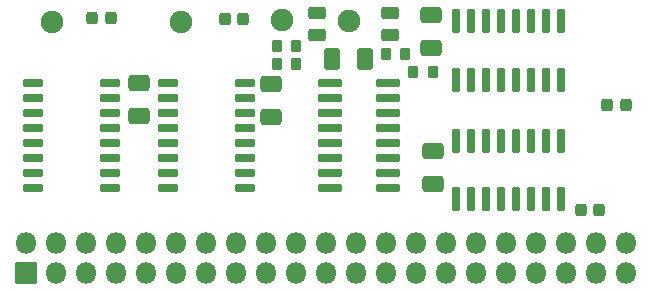
<source format=gbr>
G04 #@! TF.GenerationSoftware,KiCad,Pcbnew,6.0.11*
G04 #@! TF.CreationDate,2024-12-01T17:45:42+01:00*
G04 #@! TF.ProjectId,CCS_analog_mux-16in-18out,4343535f-616e-4616-9c6f-675f6d75782d,rev?*
G04 #@! TF.SameCoordinates,Original*
G04 #@! TF.FileFunction,Soldermask,Top*
G04 #@! TF.FilePolarity,Negative*
%FSLAX46Y46*%
G04 Gerber Fmt 4.6, Leading zero omitted, Abs format (unit mm)*
G04 Created by KiCad (PCBNEW 6.0.11) date 2024-12-01 17:45:42*
%MOMM*%
%LPD*%
G01*
G04 APERTURE LIST*
G04 Aperture macros list*
%AMRoundRect*
0 Rectangle with rounded corners*
0 $1 Rounding radius*
0 $2 $3 $4 $5 $6 $7 $8 $9 X,Y pos of 4 corners*
0 Add a 4 corners polygon primitive as box body*
4,1,4,$2,$3,$4,$5,$6,$7,$8,$9,$2,$3,0*
0 Add four circle primitives for the rounded corners*
1,1,$1+$1,$2,$3*
1,1,$1+$1,$4,$5*
1,1,$1+$1,$6,$7*
1,1,$1+$1,$8,$9*
0 Add four rect primitives between the rounded corners*
20,1,$1+$1,$2,$3,$4,$5,0*
20,1,$1+$1,$4,$5,$6,$7,0*
20,1,$1+$1,$6,$7,$8,$9,0*
20,1,$1+$1,$8,$9,$2,$3,0*%
G04 Aperture macros list end*
%ADD10RoundRect,0.251000X0.200000X0.275000X-0.200000X0.275000X-0.200000X-0.275000X0.200000X-0.275000X0*%
%ADD11RoundRect,0.251000X-0.200000X-0.275000X0.200000X-0.275000X0.200000X0.275000X-0.200000X0.275000X0*%
%ADD12RoundRect,0.294750X0.456250X-0.243750X0.456250X0.243750X-0.456250X0.243750X-0.456250X-0.243750X0*%
%ADD13C,1.902000*%
%ADD14RoundRect,0.201000X-0.825000X-0.150000X0.825000X-0.150000X0.825000X0.150000X-0.825000X0.150000X0*%
%ADD15RoundRect,0.201000X0.150000X-0.825000X0.150000X0.825000X-0.150000X0.825000X-0.150000X-0.825000X0*%
%ADD16RoundRect,0.301000X-0.625000X0.375000X-0.625000X-0.375000X0.625000X-0.375000X0.625000X0.375000X0*%
%ADD17O,1.802000X1.802000*%
%ADD18RoundRect,0.051000X0.850000X-0.850000X0.850000X0.850000X-0.850000X0.850000X-0.850000X-0.850000X0*%
%ADD19RoundRect,0.201000X0.650000X0.150000X-0.650000X0.150000X-0.650000X-0.150000X0.650000X-0.150000X0*%
%ADD20RoundRect,0.269750X0.218750X0.256250X-0.218750X0.256250X-0.218750X-0.256250X0.218750X-0.256250X0*%
%ADD21RoundRect,0.301000X0.375000X0.625000X-0.375000X0.625000X-0.375000X-0.625000X0.375000X-0.625000X0*%
%ADD22RoundRect,0.301000X0.625000X-0.375000X0.625000X0.375000X-0.625000X0.375000X-0.625000X-0.375000X0*%
G04 APERTURE END LIST*
D10*
X68345000Y-38840000D03*
X66695000Y-38840000D03*
X70635000Y-40380000D03*
X68985000Y-40380000D03*
D11*
X57455000Y-39740000D03*
X59105000Y-39740000D03*
X57455000Y-38200000D03*
X59105000Y-38200000D03*
D12*
X67030000Y-37257500D03*
X67030000Y-35382500D03*
X60840000Y-35402500D03*
X60840000Y-37277500D03*
D13*
X63590000Y-36070000D03*
X57880000Y-36000000D03*
D14*
X61945000Y-41335000D03*
X61945000Y-42605000D03*
X61945000Y-43875000D03*
X61945000Y-45145000D03*
X61945000Y-46415000D03*
X61945000Y-47685000D03*
X61945000Y-48955000D03*
X61945000Y-50225000D03*
X66895000Y-50225000D03*
X66895000Y-48955000D03*
X66895000Y-47685000D03*
X66895000Y-46415000D03*
X66895000Y-45145000D03*
X66895000Y-43875000D03*
X66895000Y-42605000D03*
X66895000Y-41335000D03*
D15*
X72615500Y-36119500D03*
X73885500Y-36119500D03*
X75155500Y-36119500D03*
X76425500Y-36119500D03*
X77695500Y-36119500D03*
X78965500Y-36119500D03*
X80235500Y-36119500D03*
X81505500Y-36119500D03*
X81505500Y-41069500D03*
X80235500Y-41069500D03*
X78965500Y-41069500D03*
X77695500Y-41069500D03*
X76425500Y-41069500D03*
X75155500Y-41069500D03*
X73885500Y-41069500D03*
X72615500Y-41069500D03*
D16*
X70540000Y-38350000D03*
X70540000Y-35550000D03*
D17*
X87030000Y-54914000D03*
X87030000Y-57454000D03*
X84490000Y-54914000D03*
X84490000Y-57454000D03*
X81950000Y-54914000D03*
X81950000Y-57454000D03*
X79410000Y-54914000D03*
X79410000Y-57454000D03*
X76870000Y-54914000D03*
X76870000Y-57454000D03*
X74330000Y-54914000D03*
X74330000Y-57454000D03*
X71790000Y-54914000D03*
X71790000Y-57454000D03*
X69250000Y-54914000D03*
X69250000Y-57454000D03*
X66710000Y-54914000D03*
X66710000Y-57454000D03*
X64170000Y-54914000D03*
X64170000Y-57454000D03*
X61630000Y-54914000D03*
X61630000Y-57454000D03*
X59090000Y-54914000D03*
X59090000Y-57454000D03*
X56550000Y-54914000D03*
X56550000Y-57454000D03*
X54010000Y-54914000D03*
X54010000Y-57454000D03*
X51470000Y-54914000D03*
X51470000Y-57454000D03*
X48930000Y-54914000D03*
X48930000Y-57454000D03*
X46390000Y-54914000D03*
X46390000Y-57454000D03*
X43850000Y-54914000D03*
X43850000Y-57454000D03*
X41310000Y-54914000D03*
X41310000Y-57454000D03*
X38770000Y-54914000D03*
X38770000Y-57454000D03*
X36230000Y-54914000D03*
D18*
X36230000Y-57454000D03*
D19*
X48220000Y-50215000D03*
X48220000Y-48945000D03*
X48220000Y-47675000D03*
X48220000Y-46405000D03*
X48220000Y-45135000D03*
X48220000Y-43865000D03*
X48220000Y-42595000D03*
X48220000Y-41325000D03*
X54720000Y-41325000D03*
X54720000Y-42595000D03*
X54720000Y-43865000D03*
X54720000Y-45135000D03*
X54720000Y-46405000D03*
X54720000Y-47675000D03*
X54720000Y-48945000D03*
X54720000Y-50215000D03*
X36790000Y-50215000D03*
X36790000Y-48945000D03*
X36790000Y-47675000D03*
X36790000Y-46405000D03*
X36790000Y-45135000D03*
X36790000Y-43865000D03*
X36790000Y-42595000D03*
X36790000Y-41325000D03*
X43290000Y-41325000D03*
X43290000Y-42595000D03*
X43290000Y-43865000D03*
X43290000Y-45135000D03*
X43290000Y-46405000D03*
X43290000Y-47675000D03*
X43290000Y-48945000D03*
X43290000Y-50215000D03*
D15*
X72615500Y-46216000D03*
X73885500Y-46216000D03*
X75155500Y-46216000D03*
X76425500Y-46216000D03*
X77695500Y-46216000D03*
X78965500Y-46216000D03*
X80235500Y-46216000D03*
X81505500Y-46216000D03*
X81505500Y-51166000D03*
X80235500Y-51166000D03*
X78965500Y-51166000D03*
X77695500Y-51166000D03*
X76425500Y-51166000D03*
X75155500Y-51166000D03*
X73885500Y-51166000D03*
X72615500Y-51166000D03*
D20*
X53044700Y-35902100D03*
X54619700Y-35902100D03*
X41817800Y-35800500D03*
X43392800Y-35800500D03*
X85442500Y-43220000D03*
X87017500Y-43220000D03*
X83181800Y-52094600D03*
X84756800Y-52094600D03*
D13*
X49323700Y-36143400D03*
X38376300Y-36143400D03*
D16*
X70670000Y-49850000D03*
X70670000Y-47050000D03*
D21*
X62140000Y-39290000D03*
X64940000Y-39290000D03*
D22*
X45755000Y-41322000D03*
X45755000Y-44122000D03*
X56990000Y-41420000D03*
X56990000Y-44220000D03*
M02*

</source>
